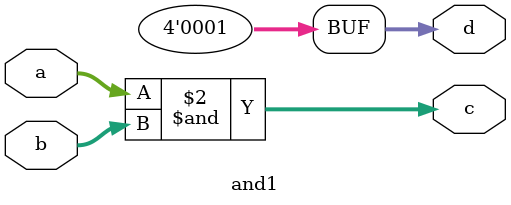
<source format=v>

module top(in1, in2);                       
 input [3:0] in1, in2;          
 wire [3:0] in1, in2;          
 wire [3:0] o1;                                                         
 wire [3:0] o2;   

  parameter [1:0] x = 2'b00;
  parameter [1:0] y = 2'b01;

 and1 A1 (in1, in2, o1, o2);             
                                
  /* A2 is another instance of      
     ports are referenced to the       
     declaration by name. */           
  and1 A2 (.c(o1),.d(o2),.a(o1),.b(in2)); 

endmodule                       
                                     
// MODULE DEFINITION              
module and1(a, b, c, d);              
  input [3:0] a, b;                 
  output [3:0] c;
  output [3:0] d;
  reg [3:0] c;                                

  always @(*) begin
   c = a & b;      
  end
  
  assign d = 1; 
endmodule   



</source>
